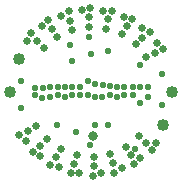
<source format=gbs>
G75*
G70*
%OFA0B0*%
%FSLAX24Y24*%
%IPPOS*%
%LPD*%
%AMOC8*
5,1,8,0,0,1.08239X$1,22.5*
%
%ADD10C,0.0316*%
%ADD11C,0.0258*%
%ADD12C,0.0219*%
%ADD13C,0.0400*%
D10*
X004941Y004020D03*
D11*
X003203Y003351D03*
X002953Y003491D03*
X003203Y003685D03*
X003426Y003908D03*
X003887Y003580D03*
X003729Y003308D03*
X003538Y003054D03*
X003816Y002985D03*
X004216Y002785D03*
X004503Y002789D03*
X004335Y003079D03*
X004417Y003383D03*
X004980Y003330D03*
X004980Y003015D03*
X005216Y002778D03*
X004941Y002700D03*
X005663Y002805D03*
X005909Y002953D03*
X005619Y003120D03*
X005538Y003424D03*
X006052Y003659D03*
X006210Y003386D03*
X006333Y003094D03*
X006532Y003300D03*
X006906Y003546D03*
X007045Y003797D03*
X006711Y003797D03*
X006488Y004020D03*
X006737Y006646D03*
X007010Y006803D03*
X007302Y006927D03*
X007096Y007126D03*
X006850Y007499D03*
X006600Y007639D03*
X006600Y007304D03*
X006377Y007082D03*
X005916Y007410D03*
X006073Y007682D03*
X006265Y007935D03*
X005987Y008005D03*
X005587Y008205D03*
X005300Y008200D03*
X005467Y007911D03*
X005386Y007607D03*
X004823Y007660D03*
X004823Y007975D03*
X004586Y008211D03*
X004862Y008290D03*
X004140Y008185D03*
X003894Y008037D03*
X004183Y007870D03*
X004265Y007566D03*
X003750Y007331D03*
X003593Y007604D03*
X003470Y007896D03*
X003270Y007690D03*
X002897Y007444D03*
X002758Y007193D03*
X003092Y007193D03*
X003315Y006970D03*
X003065Y004344D03*
X002793Y004187D03*
X002500Y004063D03*
X002706Y003864D03*
D12*
X003760Y004393D03*
X004390Y004156D03*
X004852Y003722D03*
X005019Y004393D03*
X005453Y004393D03*
X005256Y005337D03*
X005019Y005337D03*
X004783Y005377D03*
X004508Y005377D03*
X004271Y005377D03*
X004035Y005337D03*
X003799Y005377D03*
X003799Y005652D03*
X004035Y005652D03*
X004271Y005652D03*
X004508Y005652D03*
X004783Y005849D03*
X005019Y005771D03*
X005295Y005731D03*
X005531Y005692D03*
X005768Y005652D03*
X006004Y005652D03*
X006004Y005377D03*
X005768Y005337D03*
X005531Y005377D03*
X006279Y005377D03*
X006279Y005652D03*
X006516Y005652D03*
X006791Y005652D03*
X006791Y005337D03*
X006516Y005141D03*
X007242Y005059D03*
X007242Y006082D03*
X006516Y006400D03*
X005453Y006873D03*
X004892Y006742D03*
X004832Y007336D03*
X004193Y007070D03*
X004271Y006519D03*
X003523Y005652D03*
X003287Y005613D03*
X003012Y005613D03*
X003012Y005377D03*
X003248Y005298D03*
X003523Y005337D03*
X002560Y004947D03*
X002560Y005871D03*
X006358Y003605D03*
D13*
X007301Y004395D03*
X007601Y005495D03*
X002501Y006595D03*
X002201Y005495D03*
M02*

</source>
